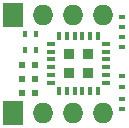
<source format=gbp>
G04 #@! TF.FileFunction,Paste,Bot*
%FSLAX46Y46*%
G04 Gerber Fmt 4.6, Leading zero omitted, Abs format (unit mm)*
G04 Created by KiCad (PCBNEW 4.0.5) date 12/10/17 16:05:20*
%MOMM*%
%LPD*%
G01*
G04 APERTURE LIST*
%ADD10C,0.100000*%
%ADD11R,1.727200X2.032000*%
%ADD12O,1.727200X1.727200*%
%ADD13R,0.600000X0.400000*%
%ADD14R,0.600000X0.500000*%
%ADD15R,0.400000X0.600000*%
%ADD16R,0.750000X0.300000*%
%ADD17R,0.300000X0.750000*%
%ADD18R,0.960000X0.960000*%
G04 APERTURE END LIST*
D10*
D11*
X18060000Y-27650000D03*
D12*
X20600000Y-27650000D03*
X23140000Y-27650000D03*
X25680000Y-27650000D03*
D13*
X27300000Y-25450000D03*
X27300000Y-24550000D03*
X27300000Y-20410000D03*
X27300000Y-19510000D03*
D14*
X18775000Y-25950000D03*
X19875000Y-25950000D03*
X19875000Y-23550000D03*
X18775000Y-23550000D03*
X19875000Y-24750000D03*
X18775000Y-24750000D03*
D13*
X27300000Y-26450000D03*
X27300000Y-27350000D03*
X27300000Y-22100000D03*
X27300000Y-21200000D03*
D15*
X19050000Y-22300000D03*
X19950000Y-22300000D03*
X19050000Y-21000000D03*
X19950000Y-21000000D03*
D11*
X18070000Y-19350000D03*
D12*
X20610000Y-19350000D03*
X23150000Y-19350000D03*
X25690000Y-19350000D03*
D16*
X25900000Y-21825000D03*
X25900000Y-22475000D03*
X25900000Y-23125000D03*
X25900000Y-23775000D03*
X25900000Y-24425000D03*
X25900000Y-25075000D03*
D17*
X25200000Y-25775000D03*
X24550000Y-25775000D03*
X23900000Y-25775000D03*
X23250000Y-25775000D03*
X22600000Y-25775000D03*
X21950000Y-25775000D03*
D16*
X21250000Y-25075000D03*
X21250000Y-24425000D03*
X21250000Y-23775000D03*
X21250000Y-23125000D03*
X21250000Y-22475000D03*
X21250000Y-21825000D03*
D17*
X21950000Y-21125000D03*
X22600000Y-21125000D03*
X23250000Y-21125000D03*
X23900000Y-21125000D03*
X24550000Y-21125000D03*
X25200000Y-21125000D03*
D18*
X22775000Y-24250000D03*
X22775000Y-22650000D03*
X24375000Y-24250000D03*
X24375000Y-22650000D03*
M02*

</source>
